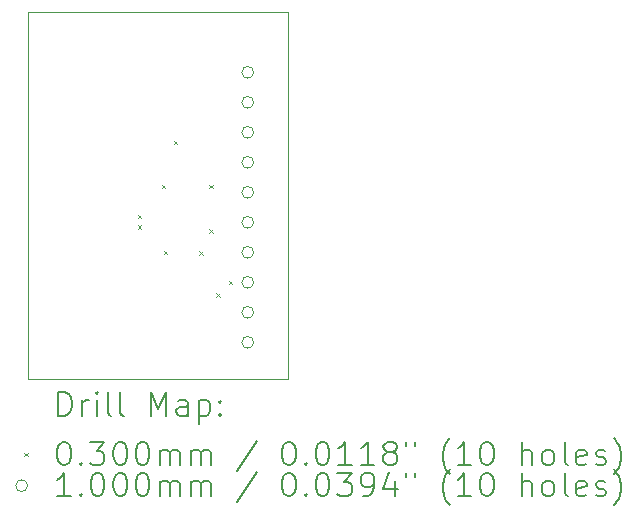
<source format=gbr>
%TF.GenerationSoftware,KiCad,Pcbnew,9.0.3*%
%TF.CreationDate,2025-08-26T18:11:45-07:00*%
%TF.ProjectId,battery_connector,62617474-6572-4795-9f63-6f6e6e656374,V1*%
%TF.SameCoordinates,Original*%
%TF.FileFunction,Drillmap*%
%TF.FilePolarity,Positive*%
%FSLAX45Y45*%
G04 Gerber Fmt 4.5, Leading zero omitted, Abs format (unit mm)*
G04 Created by KiCad (PCBNEW 9.0.3) date 2025-08-26 18:11:45*
%MOMM*%
%LPD*%
G01*
G04 APERTURE LIST*
%ADD10C,0.050000*%
%ADD11C,0.200000*%
%ADD12C,0.100000*%
G04 APERTURE END LIST*
D10*
X1500000Y-2250000D02*
X3700000Y-2250000D01*
X3700000Y-5350000D01*
X1500000Y-5350000D01*
X1500000Y-2250000D01*
D11*
D12*
X2430555Y-3964121D02*
X2460555Y-3994121D01*
X2460555Y-3964121D02*
X2430555Y-3994121D01*
X2431361Y-4049780D02*
X2461361Y-4079780D01*
X2461361Y-4049780D02*
X2431361Y-4079780D01*
X2635000Y-3710000D02*
X2665000Y-3740000D01*
X2665000Y-3710000D02*
X2635000Y-3740000D01*
X2650790Y-4269210D02*
X2680790Y-4299210D01*
X2680790Y-4269210D02*
X2650790Y-4299210D01*
X2735000Y-3335000D02*
X2765000Y-3365000D01*
X2765000Y-3335000D02*
X2735000Y-3365000D01*
X2949283Y-4270717D02*
X2979283Y-4300717D01*
X2979283Y-4270717D02*
X2949283Y-4300717D01*
X3035000Y-3710000D02*
X3065000Y-3740000D01*
X3065000Y-3710000D02*
X3035000Y-3740000D01*
X3035000Y-4085000D02*
X3065000Y-4115000D01*
X3065000Y-4085000D02*
X3035000Y-4115000D01*
X3093217Y-4626783D02*
X3123217Y-4656783D01*
X3123217Y-4626783D02*
X3093217Y-4656783D01*
X3199283Y-4520717D02*
X3229283Y-4550717D01*
X3229283Y-4520717D02*
X3199283Y-4550717D01*
X3411500Y-2757000D02*
G75*
G02*
X3311500Y-2757000I-50000J0D01*
G01*
X3311500Y-2757000D02*
G75*
G02*
X3411500Y-2757000I50000J0D01*
G01*
X3411500Y-3011000D02*
G75*
G02*
X3311500Y-3011000I-50000J0D01*
G01*
X3311500Y-3011000D02*
G75*
G02*
X3411500Y-3011000I50000J0D01*
G01*
X3411500Y-3265000D02*
G75*
G02*
X3311500Y-3265000I-50000J0D01*
G01*
X3311500Y-3265000D02*
G75*
G02*
X3411500Y-3265000I50000J0D01*
G01*
X3411500Y-3519000D02*
G75*
G02*
X3311500Y-3519000I-50000J0D01*
G01*
X3311500Y-3519000D02*
G75*
G02*
X3411500Y-3519000I50000J0D01*
G01*
X3411500Y-3773000D02*
G75*
G02*
X3311500Y-3773000I-50000J0D01*
G01*
X3311500Y-3773000D02*
G75*
G02*
X3411500Y-3773000I50000J0D01*
G01*
X3411500Y-4027000D02*
G75*
G02*
X3311500Y-4027000I-50000J0D01*
G01*
X3311500Y-4027000D02*
G75*
G02*
X3411500Y-4027000I50000J0D01*
G01*
X3411500Y-4281000D02*
G75*
G02*
X3311500Y-4281000I-50000J0D01*
G01*
X3311500Y-4281000D02*
G75*
G02*
X3411500Y-4281000I50000J0D01*
G01*
X3411500Y-4535000D02*
G75*
G02*
X3311500Y-4535000I-50000J0D01*
G01*
X3311500Y-4535000D02*
G75*
G02*
X3411500Y-4535000I50000J0D01*
G01*
X3411500Y-4789000D02*
G75*
G02*
X3311500Y-4789000I-50000J0D01*
G01*
X3311500Y-4789000D02*
G75*
G02*
X3411500Y-4789000I50000J0D01*
G01*
X3411500Y-5043000D02*
G75*
G02*
X3311500Y-5043000I-50000J0D01*
G01*
X3311500Y-5043000D02*
G75*
G02*
X3411500Y-5043000I50000J0D01*
G01*
D11*
X1758277Y-5663984D02*
X1758277Y-5463984D01*
X1758277Y-5463984D02*
X1805896Y-5463984D01*
X1805896Y-5463984D02*
X1834467Y-5473508D01*
X1834467Y-5473508D02*
X1853515Y-5492555D01*
X1853515Y-5492555D02*
X1863039Y-5511603D01*
X1863039Y-5511603D02*
X1872562Y-5549698D01*
X1872562Y-5549698D02*
X1872562Y-5578270D01*
X1872562Y-5578270D02*
X1863039Y-5616365D01*
X1863039Y-5616365D02*
X1853515Y-5635412D01*
X1853515Y-5635412D02*
X1834467Y-5654460D01*
X1834467Y-5654460D02*
X1805896Y-5663984D01*
X1805896Y-5663984D02*
X1758277Y-5663984D01*
X1958277Y-5663984D02*
X1958277Y-5530650D01*
X1958277Y-5568746D02*
X1967801Y-5549698D01*
X1967801Y-5549698D02*
X1977324Y-5540174D01*
X1977324Y-5540174D02*
X1996372Y-5530650D01*
X1996372Y-5530650D02*
X2015420Y-5530650D01*
X2082086Y-5663984D02*
X2082086Y-5530650D01*
X2082086Y-5463984D02*
X2072562Y-5473508D01*
X2072562Y-5473508D02*
X2082086Y-5483031D01*
X2082086Y-5483031D02*
X2091610Y-5473508D01*
X2091610Y-5473508D02*
X2082086Y-5463984D01*
X2082086Y-5463984D02*
X2082086Y-5483031D01*
X2205896Y-5663984D02*
X2186848Y-5654460D01*
X2186848Y-5654460D02*
X2177324Y-5635412D01*
X2177324Y-5635412D02*
X2177324Y-5463984D01*
X2310658Y-5663984D02*
X2291610Y-5654460D01*
X2291610Y-5654460D02*
X2282086Y-5635412D01*
X2282086Y-5635412D02*
X2282086Y-5463984D01*
X2539229Y-5663984D02*
X2539229Y-5463984D01*
X2539229Y-5463984D02*
X2605896Y-5606841D01*
X2605896Y-5606841D02*
X2672563Y-5463984D01*
X2672563Y-5463984D02*
X2672563Y-5663984D01*
X2853515Y-5663984D02*
X2853515Y-5559222D01*
X2853515Y-5559222D02*
X2843991Y-5540174D01*
X2843991Y-5540174D02*
X2824943Y-5530650D01*
X2824943Y-5530650D02*
X2786848Y-5530650D01*
X2786848Y-5530650D02*
X2767801Y-5540174D01*
X2853515Y-5654460D02*
X2834467Y-5663984D01*
X2834467Y-5663984D02*
X2786848Y-5663984D01*
X2786848Y-5663984D02*
X2767801Y-5654460D01*
X2767801Y-5654460D02*
X2758277Y-5635412D01*
X2758277Y-5635412D02*
X2758277Y-5616365D01*
X2758277Y-5616365D02*
X2767801Y-5597317D01*
X2767801Y-5597317D02*
X2786848Y-5587793D01*
X2786848Y-5587793D02*
X2834467Y-5587793D01*
X2834467Y-5587793D02*
X2853515Y-5578270D01*
X2948753Y-5530650D02*
X2948753Y-5730650D01*
X2948753Y-5540174D02*
X2967801Y-5530650D01*
X2967801Y-5530650D02*
X3005896Y-5530650D01*
X3005896Y-5530650D02*
X3024943Y-5540174D01*
X3024943Y-5540174D02*
X3034467Y-5549698D01*
X3034467Y-5549698D02*
X3043991Y-5568746D01*
X3043991Y-5568746D02*
X3043991Y-5625888D01*
X3043991Y-5625888D02*
X3034467Y-5644936D01*
X3034467Y-5644936D02*
X3024943Y-5654460D01*
X3024943Y-5654460D02*
X3005896Y-5663984D01*
X3005896Y-5663984D02*
X2967801Y-5663984D01*
X2967801Y-5663984D02*
X2948753Y-5654460D01*
X3129705Y-5644936D02*
X3139229Y-5654460D01*
X3139229Y-5654460D02*
X3129705Y-5663984D01*
X3129705Y-5663984D02*
X3120182Y-5654460D01*
X3120182Y-5654460D02*
X3129705Y-5644936D01*
X3129705Y-5644936D02*
X3129705Y-5663984D01*
X3129705Y-5540174D02*
X3139229Y-5549698D01*
X3139229Y-5549698D02*
X3129705Y-5559222D01*
X3129705Y-5559222D02*
X3120182Y-5549698D01*
X3120182Y-5549698D02*
X3129705Y-5540174D01*
X3129705Y-5540174D02*
X3129705Y-5559222D01*
D12*
X1467500Y-5977500D02*
X1497500Y-6007500D01*
X1497500Y-5977500D02*
X1467500Y-6007500D01*
D11*
X1796372Y-5883984D02*
X1815420Y-5883984D01*
X1815420Y-5883984D02*
X1834467Y-5893508D01*
X1834467Y-5893508D02*
X1843991Y-5903031D01*
X1843991Y-5903031D02*
X1853515Y-5922079D01*
X1853515Y-5922079D02*
X1863039Y-5960174D01*
X1863039Y-5960174D02*
X1863039Y-6007793D01*
X1863039Y-6007793D02*
X1853515Y-6045888D01*
X1853515Y-6045888D02*
X1843991Y-6064936D01*
X1843991Y-6064936D02*
X1834467Y-6074460D01*
X1834467Y-6074460D02*
X1815420Y-6083984D01*
X1815420Y-6083984D02*
X1796372Y-6083984D01*
X1796372Y-6083984D02*
X1777324Y-6074460D01*
X1777324Y-6074460D02*
X1767801Y-6064936D01*
X1767801Y-6064936D02*
X1758277Y-6045888D01*
X1758277Y-6045888D02*
X1748753Y-6007793D01*
X1748753Y-6007793D02*
X1748753Y-5960174D01*
X1748753Y-5960174D02*
X1758277Y-5922079D01*
X1758277Y-5922079D02*
X1767801Y-5903031D01*
X1767801Y-5903031D02*
X1777324Y-5893508D01*
X1777324Y-5893508D02*
X1796372Y-5883984D01*
X1948753Y-6064936D02*
X1958277Y-6074460D01*
X1958277Y-6074460D02*
X1948753Y-6083984D01*
X1948753Y-6083984D02*
X1939229Y-6074460D01*
X1939229Y-6074460D02*
X1948753Y-6064936D01*
X1948753Y-6064936D02*
X1948753Y-6083984D01*
X2024943Y-5883984D02*
X2148753Y-5883984D01*
X2148753Y-5883984D02*
X2082086Y-5960174D01*
X2082086Y-5960174D02*
X2110658Y-5960174D01*
X2110658Y-5960174D02*
X2129705Y-5969698D01*
X2129705Y-5969698D02*
X2139229Y-5979222D01*
X2139229Y-5979222D02*
X2148753Y-5998269D01*
X2148753Y-5998269D02*
X2148753Y-6045888D01*
X2148753Y-6045888D02*
X2139229Y-6064936D01*
X2139229Y-6064936D02*
X2129705Y-6074460D01*
X2129705Y-6074460D02*
X2110658Y-6083984D01*
X2110658Y-6083984D02*
X2053515Y-6083984D01*
X2053515Y-6083984D02*
X2034467Y-6074460D01*
X2034467Y-6074460D02*
X2024943Y-6064936D01*
X2272563Y-5883984D02*
X2291610Y-5883984D01*
X2291610Y-5883984D02*
X2310658Y-5893508D01*
X2310658Y-5893508D02*
X2320182Y-5903031D01*
X2320182Y-5903031D02*
X2329705Y-5922079D01*
X2329705Y-5922079D02*
X2339229Y-5960174D01*
X2339229Y-5960174D02*
X2339229Y-6007793D01*
X2339229Y-6007793D02*
X2329705Y-6045888D01*
X2329705Y-6045888D02*
X2320182Y-6064936D01*
X2320182Y-6064936D02*
X2310658Y-6074460D01*
X2310658Y-6074460D02*
X2291610Y-6083984D01*
X2291610Y-6083984D02*
X2272563Y-6083984D01*
X2272563Y-6083984D02*
X2253515Y-6074460D01*
X2253515Y-6074460D02*
X2243991Y-6064936D01*
X2243991Y-6064936D02*
X2234467Y-6045888D01*
X2234467Y-6045888D02*
X2224944Y-6007793D01*
X2224944Y-6007793D02*
X2224944Y-5960174D01*
X2224944Y-5960174D02*
X2234467Y-5922079D01*
X2234467Y-5922079D02*
X2243991Y-5903031D01*
X2243991Y-5903031D02*
X2253515Y-5893508D01*
X2253515Y-5893508D02*
X2272563Y-5883984D01*
X2463039Y-5883984D02*
X2482086Y-5883984D01*
X2482086Y-5883984D02*
X2501134Y-5893508D01*
X2501134Y-5893508D02*
X2510658Y-5903031D01*
X2510658Y-5903031D02*
X2520182Y-5922079D01*
X2520182Y-5922079D02*
X2529705Y-5960174D01*
X2529705Y-5960174D02*
X2529705Y-6007793D01*
X2529705Y-6007793D02*
X2520182Y-6045888D01*
X2520182Y-6045888D02*
X2510658Y-6064936D01*
X2510658Y-6064936D02*
X2501134Y-6074460D01*
X2501134Y-6074460D02*
X2482086Y-6083984D01*
X2482086Y-6083984D02*
X2463039Y-6083984D01*
X2463039Y-6083984D02*
X2443991Y-6074460D01*
X2443991Y-6074460D02*
X2434467Y-6064936D01*
X2434467Y-6064936D02*
X2424944Y-6045888D01*
X2424944Y-6045888D02*
X2415420Y-6007793D01*
X2415420Y-6007793D02*
X2415420Y-5960174D01*
X2415420Y-5960174D02*
X2424944Y-5922079D01*
X2424944Y-5922079D02*
X2434467Y-5903031D01*
X2434467Y-5903031D02*
X2443991Y-5893508D01*
X2443991Y-5893508D02*
X2463039Y-5883984D01*
X2615420Y-6083984D02*
X2615420Y-5950650D01*
X2615420Y-5969698D02*
X2624944Y-5960174D01*
X2624944Y-5960174D02*
X2643991Y-5950650D01*
X2643991Y-5950650D02*
X2672563Y-5950650D01*
X2672563Y-5950650D02*
X2691610Y-5960174D01*
X2691610Y-5960174D02*
X2701134Y-5979222D01*
X2701134Y-5979222D02*
X2701134Y-6083984D01*
X2701134Y-5979222D02*
X2710658Y-5960174D01*
X2710658Y-5960174D02*
X2729705Y-5950650D01*
X2729705Y-5950650D02*
X2758277Y-5950650D01*
X2758277Y-5950650D02*
X2777325Y-5960174D01*
X2777325Y-5960174D02*
X2786848Y-5979222D01*
X2786848Y-5979222D02*
X2786848Y-6083984D01*
X2882086Y-6083984D02*
X2882086Y-5950650D01*
X2882086Y-5969698D02*
X2891610Y-5960174D01*
X2891610Y-5960174D02*
X2910658Y-5950650D01*
X2910658Y-5950650D02*
X2939229Y-5950650D01*
X2939229Y-5950650D02*
X2958277Y-5960174D01*
X2958277Y-5960174D02*
X2967801Y-5979222D01*
X2967801Y-5979222D02*
X2967801Y-6083984D01*
X2967801Y-5979222D02*
X2977324Y-5960174D01*
X2977324Y-5960174D02*
X2996372Y-5950650D01*
X2996372Y-5950650D02*
X3024943Y-5950650D01*
X3024943Y-5950650D02*
X3043991Y-5960174D01*
X3043991Y-5960174D02*
X3053515Y-5979222D01*
X3053515Y-5979222D02*
X3053515Y-6083984D01*
X3443991Y-5874460D02*
X3272563Y-6131603D01*
X3701134Y-5883984D02*
X3720182Y-5883984D01*
X3720182Y-5883984D02*
X3739229Y-5893508D01*
X3739229Y-5893508D02*
X3748753Y-5903031D01*
X3748753Y-5903031D02*
X3758277Y-5922079D01*
X3758277Y-5922079D02*
X3767801Y-5960174D01*
X3767801Y-5960174D02*
X3767801Y-6007793D01*
X3767801Y-6007793D02*
X3758277Y-6045888D01*
X3758277Y-6045888D02*
X3748753Y-6064936D01*
X3748753Y-6064936D02*
X3739229Y-6074460D01*
X3739229Y-6074460D02*
X3720182Y-6083984D01*
X3720182Y-6083984D02*
X3701134Y-6083984D01*
X3701134Y-6083984D02*
X3682086Y-6074460D01*
X3682086Y-6074460D02*
X3672563Y-6064936D01*
X3672563Y-6064936D02*
X3663039Y-6045888D01*
X3663039Y-6045888D02*
X3653515Y-6007793D01*
X3653515Y-6007793D02*
X3653515Y-5960174D01*
X3653515Y-5960174D02*
X3663039Y-5922079D01*
X3663039Y-5922079D02*
X3672563Y-5903031D01*
X3672563Y-5903031D02*
X3682086Y-5893508D01*
X3682086Y-5893508D02*
X3701134Y-5883984D01*
X3853515Y-6064936D02*
X3863039Y-6074460D01*
X3863039Y-6074460D02*
X3853515Y-6083984D01*
X3853515Y-6083984D02*
X3843991Y-6074460D01*
X3843991Y-6074460D02*
X3853515Y-6064936D01*
X3853515Y-6064936D02*
X3853515Y-6083984D01*
X3986848Y-5883984D02*
X4005896Y-5883984D01*
X4005896Y-5883984D02*
X4024944Y-5893508D01*
X4024944Y-5893508D02*
X4034467Y-5903031D01*
X4034467Y-5903031D02*
X4043991Y-5922079D01*
X4043991Y-5922079D02*
X4053515Y-5960174D01*
X4053515Y-5960174D02*
X4053515Y-6007793D01*
X4053515Y-6007793D02*
X4043991Y-6045888D01*
X4043991Y-6045888D02*
X4034467Y-6064936D01*
X4034467Y-6064936D02*
X4024944Y-6074460D01*
X4024944Y-6074460D02*
X4005896Y-6083984D01*
X4005896Y-6083984D02*
X3986848Y-6083984D01*
X3986848Y-6083984D02*
X3967801Y-6074460D01*
X3967801Y-6074460D02*
X3958277Y-6064936D01*
X3958277Y-6064936D02*
X3948753Y-6045888D01*
X3948753Y-6045888D02*
X3939229Y-6007793D01*
X3939229Y-6007793D02*
X3939229Y-5960174D01*
X3939229Y-5960174D02*
X3948753Y-5922079D01*
X3948753Y-5922079D02*
X3958277Y-5903031D01*
X3958277Y-5903031D02*
X3967801Y-5893508D01*
X3967801Y-5893508D02*
X3986848Y-5883984D01*
X4243991Y-6083984D02*
X4129706Y-6083984D01*
X4186848Y-6083984D02*
X4186848Y-5883984D01*
X4186848Y-5883984D02*
X4167801Y-5912555D01*
X4167801Y-5912555D02*
X4148753Y-5931603D01*
X4148753Y-5931603D02*
X4129706Y-5941127D01*
X4434468Y-6083984D02*
X4320182Y-6083984D01*
X4377325Y-6083984D02*
X4377325Y-5883984D01*
X4377325Y-5883984D02*
X4358277Y-5912555D01*
X4358277Y-5912555D02*
X4339229Y-5931603D01*
X4339229Y-5931603D02*
X4320182Y-5941127D01*
X4548753Y-5969698D02*
X4529706Y-5960174D01*
X4529706Y-5960174D02*
X4520182Y-5950650D01*
X4520182Y-5950650D02*
X4510658Y-5931603D01*
X4510658Y-5931603D02*
X4510658Y-5922079D01*
X4510658Y-5922079D02*
X4520182Y-5903031D01*
X4520182Y-5903031D02*
X4529706Y-5893508D01*
X4529706Y-5893508D02*
X4548753Y-5883984D01*
X4548753Y-5883984D02*
X4586849Y-5883984D01*
X4586849Y-5883984D02*
X4605896Y-5893508D01*
X4605896Y-5893508D02*
X4615420Y-5903031D01*
X4615420Y-5903031D02*
X4624944Y-5922079D01*
X4624944Y-5922079D02*
X4624944Y-5931603D01*
X4624944Y-5931603D02*
X4615420Y-5950650D01*
X4615420Y-5950650D02*
X4605896Y-5960174D01*
X4605896Y-5960174D02*
X4586849Y-5969698D01*
X4586849Y-5969698D02*
X4548753Y-5969698D01*
X4548753Y-5969698D02*
X4529706Y-5979222D01*
X4529706Y-5979222D02*
X4520182Y-5988746D01*
X4520182Y-5988746D02*
X4510658Y-6007793D01*
X4510658Y-6007793D02*
X4510658Y-6045888D01*
X4510658Y-6045888D02*
X4520182Y-6064936D01*
X4520182Y-6064936D02*
X4529706Y-6074460D01*
X4529706Y-6074460D02*
X4548753Y-6083984D01*
X4548753Y-6083984D02*
X4586849Y-6083984D01*
X4586849Y-6083984D02*
X4605896Y-6074460D01*
X4605896Y-6074460D02*
X4615420Y-6064936D01*
X4615420Y-6064936D02*
X4624944Y-6045888D01*
X4624944Y-6045888D02*
X4624944Y-6007793D01*
X4624944Y-6007793D02*
X4615420Y-5988746D01*
X4615420Y-5988746D02*
X4605896Y-5979222D01*
X4605896Y-5979222D02*
X4586849Y-5969698D01*
X4701134Y-5883984D02*
X4701134Y-5922079D01*
X4777325Y-5883984D02*
X4777325Y-5922079D01*
X5072563Y-6160174D02*
X5063039Y-6150650D01*
X5063039Y-6150650D02*
X5043991Y-6122079D01*
X5043991Y-6122079D02*
X5034468Y-6103031D01*
X5034468Y-6103031D02*
X5024944Y-6074460D01*
X5024944Y-6074460D02*
X5015420Y-6026841D01*
X5015420Y-6026841D02*
X5015420Y-5988746D01*
X5015420Y-5988746D02*
X5024944Y-5941127D01*
X5024944Y-5941127D02*
X5034468Y-5912555D01*
X5034468Y-5912555D02*
X5043991Y-5893508D01*
X5043991Y-5893508D02*
X5063039Y-5864936D01*
X5063039Y-5864936D02*
X5072563Y-5855412D01*
X5253515Y-6083984D02*
X5139230Y-6083984D01*
X5196372Y-6083984D02*
X5196372Y-5883984D01*
X5196372Y-5883984D02*
X5177325Y-5912555D01*
X5177325Y-5912555D02*
X5158277Y-5931603D01*
X5158277Y-5931603D02*
X5139230Y-5941127D01*
X5377325Y-5883984D02*
X5396372Y-5883984D01*
X5396372Y-5883984D02*
X5415420Y-5893508D01*
X5415420Y-5893508D02*
X5424944Y-5903031D01*
X5424944Y-5903031D02*
X5434468Y-5922079D01*
X5434468Y-5922079D02*
X5443991Y-5960174D01*
X5443991Y-5960174D02*
X5443991Y-6007793D01*
X5443991Y-6007793D02*
X5434468Y-6045888D01*
X5434468Y-6045888D02*
X5424944Y-6064936D01*
X5424944Y-6064936D02*
X5415420Y-6074460D01*
X5415420Y-6074460D02*
X5396372Y-6083984D01*
X5396372Y-6083984D02*
X5377325Y-6083984D01*
X5377325Y-6083984D02*
X5358277Y-6074460D01*
X5358277Y-6074460D02*
X5348753Y-6064936D01*
X5348753Y-6064936D02*
X5339230Y-6045888D01*
X5339230Y-6045888D02*
X5329706Y-6007793D01*
X5329706Y-6007793D02*
X5329706Y-5960174D01*
X5329706Y-5960174D02*
X5339230Y-5922079D01*
X5339230Y-5922079D02*
X5348753Y-5903031D01*
X5348753Y-5903031D02*
X5358277Y-5893508D01*
X5358277Y-5893508D02*
X5377325Y-5883984D01*
X5682087Y-6083984D02*
X5682087Y-5883984D01*
X5767801Y-6083984D02*
X5767801Y-5979222D01*
X5767801Y-5979222D02*
X5758277Y-5960174D01*
X5758277Y-5960174D02*
X5739230Y-5950650D01*
X5739230Y-5950650D02*
X5710658Y-5950650D01*
X5710658Y-5950650D02*
X5691610Y-5960174D01*
X5691610Y-5960174D02*
X5682087Y-5969698D01*
X5891610Y-6083984D02*
X5872563Y-6074460D01*
X5872563Y-6074460D02*
X5863039Y-6064936D01*
X5863039Y-6064936D02*
X5853515Y-6045888D01*
X5853515Y-6045888D02*
X5853515Y-5988746D01*
X5853515Y-5988746D02*
X5863039Y-5969698D01*
X5863039Y-5969698D02*
X5872563Y-5960174D01*
X5872563Y-5960174D02*
X5891610Y-5950650D01*
X5891610Y-5950650D02*
X5920182Y-5950650D01*
X5920182Y-5950650D02*
X5939230Y-5960174D01*
X5939230Y-5960174D02*
X5948753Y-5969698D01*
X5948753Y-5969698D02*
X5958277Y-5988746D01*
X5958277Y-5988746D02*
X5958277Y-6045888D01*
X5958277Y-6045888D02*
X5948753Y-6064936D01*
X5948753Y-6064936D02*
X5939230Y-6074460D01*
X5939230Y-6074460D02*
X5920182Y-6083984D01*
X5920182Y-6083984D02*
X5891610Y-6083984D01*
X6072563Y-6083984D02*
X6053515Y-6074460D01*
X6053515Y-6074460D02*
X6043991Y-6055412D01*
X6043991Y-6055412D02*
X6043991Y-5883984D01*
X6224944Y-6074460D02*
X6205896Y-6083984D01*
X6205896Y-6083984D02*
X6167801Y-6083984D01*
X6167801Y-6083984D02*
X6148753Y-6074460D01*
X6148753Y-6074460D02*
X6139230Y-6055412D01*
X6139230Y-6055412D02*
X6139230Y-5979222D01*
X6139230Y-5979222D02*
X6148753Y-5960174D01*
X6148753Y-5960174D02*
X6167801Y-5950650D01*
X6167801Y-5950650D02*
X6205896Y-5950650D01*
X6205896Y-5950650D02*
X6224944Y-5960174D01*
X6224944Y-5960174D02*
X6234468Y-5979222D01*
X6234468Y-5979222D02*
X6234468Y-5998269D01*
X6234468Y-5998269D02*
X6139230Y-6017317D01*
X6310658Y-6074460D02*
X6329706Y-6083984D01*
X6329706Y-6083984D02*
X6367801Y-6083984D01*
X6367801Y-6083984D02*
X6386849Y-6074460D01*
X6386849Y-6074460D02*
X6396372Y-6055412D01*
X6396372Y-6055412D02*
X6396372Y-6045888D01*
X6396372Y-6045888D02*
X6386849Y-6026841D01*
X6386849Y-6026841D02*
X6367801Y-6017317D01*
X6367801Y-6017317D02*
X6339230Y-6017317D01*
X6339230Y-6017317D02*
X6320182Y-6007793D01*
X6320182Y-6007793D02*
X6310658Y-5988746D01*
X6310658Y-5988746D02*
X6310658Y-5979222D01*
X6310658Y-5979222D02*
X6320182Y-5960174D01*
X6320182Y-5960174D02*
X6339230Y-5950650D01*
X6339230Y-5950650D02*
X6367801Y-5950650D01*
X6367801Y-5950650D02*
X6386849Y-5960174D01*
X6463039Y-6160174D02*
X6472563Y-6150650D01*
X6472563Y-6150650D02*
X6491611Y-6122079D01*
X6491611Y-6122079D02*
X6501134Y-6103031D01*
X6501134Y-6103031D02*
X6510658Y-6074460D01*
X6510658Y-6074460D02*
X6520182Y-6026841D01*
X6520182Y-6026841D02*
X6520182Y-5988746D01*
X6520182Y-5988746D02*
X6510658Y-5941127D01*
X6510658Y-5941127D02*
X6501134Y-5912555D01*
X6501134Y-5912555D02*
X6491611Y-5893508D01*
X6491611Y-5893508D02*
X6472563Y-5864936D01*
X6472563Y-5864936D02*
X6463039Y-5855412D01*
D12*
X1497500Y-6256500D02*
G75*
G02*
X1397500Y-6256500I-50000J0D01*
G01*
X1397500Y-6256500D02*
G75*
G02*
X1497500Y-6256500I50000J0D01*
G01*
D11*
X1863039Y-6347984D02*
X1748753Y-6347984D01*
X1805896Y-6347984D02*
X1805896Y-6147984D01*
X1805896Y-6147984D02*
X1786848Y-6176555D01*
X1786848Y-6176555D02*
X1767801Y-6195603D01*
X1767801Y-6195603D02*
X1748753Y-6205127D01*
X1948753Y-6328936D02*
X1958277Y-6338460D01*
X1958277Y-6338460D02*
X1948753Y-6347984D01*
X1948753Y-6347984D02*
X1939229Y-6338460D01*
X1939229Y-6338460D02*
X1948753Y-6328936D01*
X1948753Y-6328936D02*
X1948753Y-6347984D01*
X2082086Y-6147984D02*
X2101134Y-6147984D01*
X2101134Y-6147984D02*
X2120182Y-6157508D01*
X2120182Y-6157508D02*
X2129705Y-6167031D01*
X2129705Y-6167031D02*
X2139229Y-6186079D01*
X2139229Y-6186079D02*
X2148753Y-6224174D01*
X2148753Y-6224174D02*
X2148753Y-6271793D01*
X2148753Y-6271793D02*
X2139229Y-6309888D01*
X2139229Y-6309888D02*
X2129705Y-6328936D01*
X2129705Y-6328936D02*
X2120182Y-6338460D01*
X2120182Y-6338460D02*
X2101134Y-6347984D01*
X2101134Y-6347984D02*
X2082086Y-6347984D01*
X2082086Y-6347984D02*
X2063039Y-6338460D01*
X2063039Y-6338460D02*
X2053515Y-6328936D01*
X2053515Y-6328936D02*
X2043991Y-6309888D01*
X2043991Y-6309888D02*
X2034467Y-6271793D01*
X2034467Y-6271793D02*
X2034467Y-6224174D01*
X2034467Y-6224174D02*
X2043991Y-6186079D01*
X2043991Y-6186079D02*
X2053515Y-6167031D01*
X2053515Y-6167031D02*
X2063039Y-6157508D01*
X2063039Y-6157508D02*
X2082086Y-6147984D01*
X2272563Y-6147984D02*
X2291610Y-6147984D01*
X2291610Y-6147984D02*
X2310658Y-6157508D01*
X2310658Y-6157508D02*
X2320182Y-6167031D01*
X2320182Y-6167031D02*
X2329705Y-6186079D01*
X2329705Y-6186079D02*
X2339229Y-6224174D01*
X2339229Y-6224174D02*
X2339229Y-6271793D01*
X2339229Y-6271793D02*
X2329705Y-6309888D01*
X2329705Y-6309888D02*
X2320182Y-6328936D01*
X2320182Y-6328936D02*
X2310658Y-6338460D01*
X2310658Y-6338460D02*
X2291610Y-6347984D01*
X2291610Y-6347984D02*
X2272563Y-6347984D01*
X2272563Y-6347984D02*
X2253515Y-6338460D01*
X2253515Y-6338460D02*
X2243991Y-6328936D01*
X2243991Y-6328936D02*
X2234467Y-6309888D01*
X2234467Y-6309888D02*
X2224944Y-6271793D01*
X2224944Y-6271793D02*
X2224944Y-6224174D01*
X2224944Y-6224174D02*
X2234467Y-6186079D01*
X2234467Y-6186079D02*
X2243991Y-6167031D01*
X2243991Y-6167031D02*
X2253515Y-6157508D01*
X2253515Y-6157508D02*
X2272563Y-6147984D01*
X2463039Y-6147984D02*
X2482086Y-6147984D01*
X2482086Y-6147984D02*
X2501134Y-6157508D01*
X2501134Y-6157508D02*
X2510658Y-6167031D01*
X2510658Y-6167031D02*
X2520182Y-6186079D01*
X2520182Y-6186079D02*
X2529705Y-6224174D01*
X2529705Y-6224174D02*
X2529705Y-6271793D01*
X2529705Y-6271793D02*
X2520182Y-6309888D01*
X2520182Y-6309888D02*
X2510658Y-6328936D01*
X2510658Y-6328936D02*
X2501134Y-6338460D01*
X2501134Y-6338460D02*
X2482086Y-6347984D01*
X2482086Y-6347984D02*
X2463039Y-6347984D01*
X2463039Y-6347984D02*
X2443991Y-6338460D01*
X2443991Y-6338460D02*
X2434467Y-6328936D01*
X2434467Y-6328936D02*
X2424944Y-6309888D01*
X2424944Y-6309888D02*
X2415420Y-6271793D01*
X2415420Y-6271793D02*
X2415420Y-6224174D01*
X2415420Y-6224174D02*
X2424944Y-6186079D01*
X2424944Y-6186079D02*
X2434467Y-6167031D01*
X2434467Y-6167031D02*
X2443991Y-6157508D01*
X2443991Y-6157508D02*
X2463039Y-6147984D01*
X2615420Y-6347984D02*
X2615420Y-6214650D01*
X2615420Y-6233698D02*
X2624944Y-6224174D01*
X2624944Y-6224174D02*
X2643991Y-6214650D01*
X2643991Y-6214650D02*
X2672563Y-6214650D01*
X2672563Y-6214650D02*
X2691610Y-6224174D01*
X2691610Y-6224174D02*
X2701134Y-6243222D01*
X2701134Y-6243222D02*
X2701134Y-6347984D01*
X2701134Y-6243222D02*
X2710658Y-6224174D01*
X2710658Y-6224174D02*
X2729705Y-6214650D01*
X2729705Y-6214650D02*
X2758277Y-6214650D01*
X2758277Y-6214650D02*
X2777325Y-6224174D01*
X2777325Y-6224174D02*
X2786848Y-6243222D01*
X2786848Y-6243222D02*
X2786848Y-6347984D01*
X2882086Y-6347984D02*
X2882086Y-6214650D01*
X2882086Y-6233698D02*
X2891610Y-6224174D01*
X2891610Y-6224174D02*
X2910658Y-6214650D01*
X2910658Y-6214650D02*
X2939229Y-6214650D01*
X2939229Y-6214650D02*
X2958277Y-6224174D01*
X2958277Y-6224174D02*
X2967801Y-6243222D01*
X2967801Y-6243222D02*
X2967801Y-6347984D01*
X2967801Y-6243222D02*
X2977324Y-6224174D01*
X2977324Y-6224174D02*
X2996372Y-6214650D01*
X2996372Y-6214650D02*
X3024943Y-6214650D01*
X3024943Y-6214650D02*
X3043991Y-6224174D01*
X3043991Y-6224174D02*
X3053515Y-6243222D01*
X3053515Y-6243222D02*
X3053515Y-6347984D01*
X3443991Y-6138460D02*
X3272563Y-6395603D01*
X3701134Y-6147984D02*
X3720182Y-6147984D01*
X3720182Y-6147984D02*
X3739229Y-6157508D01*
X3739229Y-6157508D02*
X3748753Y-6167031D01*
X3748753Y-6167031D02*
X3758277Y-6186079D01*
X3758277Y-6186079D02*
X3767801Y-6224174D01*
X3767801Y-6224174D02*
X3767801Y-6271793D01*
X3767801Y-6271793D02*
X3758277Y-6309888D01*
X3758277Y-6309888D02*
X3748753Y-6328936D01*
X3748753Y-6328936D02*
X3739229Y-6338460D01*
X3739229Y-6338460D02*
X3720182Y-6347984D01*
X3720182Y-6347984D02*
X3701134Y-6347984D01*
X3701134Y-6347984D02*
X3682086Y-6338460D01*
X3682086Y-6338460D02*
X3672563Y-6328936D01*
X3672563Y-6328936D02*
X3663039Y-6309888D01*
X3663039Y-6309888D02*
X3653515Y-6271793D01*
X3653515Y-6271793D02*
X3653515Y-6224174D01*
X3653515Y-6224174D02*
X3663039Y-6186079D01*
X3663039Y-6186079D02*
X3672563Y-6167031D01*
X3672563Y-6167031D02*
X3682086Y-6157508D01*
X3682086Y-6157508D02*
X3701134Y-6147984D01*
X3853515Y-6328936D02*
X3863039Y-6338460D01*
X3863039Y-6338460D02*
X3853515Y-6347984D01*
X3853515Y-6347984D02*
X3843991Y-6338460D01*
X3843991Y-6338460D02*
X3853515Y-6328936D01*
X3853515Y-6328936D02*
X3853515Y-6347984D01*
X3986848Y-6147984D02*
X4005896Y-6147984D01*
X4005896Y-6147984D02*
X4024944Y-6157508D01*
X4024944Y-6157508D02*
X4034467Y-6167031D01*
X4034467Y-6167031D02*
X4043991Y-6186079D01*
X4043991Y-6186079D02*
X4053515Y-6224174D01*
X4053515Y-6224174D02*
X4053515Y-6271793D01*
X4053515Y-6271793D02*
X4043991Y-6309888D01*
X4043991Y-6309888D02*
X4034467Y-6328936D01*
X4034467Y-6328936D02*
X4024944Y-6338460D01*
X4024944Y-6338460D02*
X4005896Y-6347984D01*
X4005896Y-6347984D02*
X3986848Y-6347984D01*
X3986848Y-6347984D02*
X3967801Y-6338460D01*
X3967801Y-6338460D02*
X3958277Y-6328936D01*
X3958277Y-6328936D02*
X3948753Y-6309888D01*
X3948753Y-6309888D02*
X3939229Y-6271793D01*
X3939229Y-6271793D02*
X3939229Y-6224174D01*
X3939229Y-6224174D02*
X3948753Y-6186079D01*
X3948753Y-6186079D02*
X3958277Y-6167031D01*
X3958277Y-6167031D02*
X3967801Y-6157508D01*
X3967801Y-6157508D02*
X3986848Y-6147984D01*
X4120182Y-6147984D02*
X4243991Y-6147984D01*
X4243991Y-6147984D02*
X4177325Y-6224174D01*
X4177325Y-6224174D02*
X4205896Y-6224174D01*
X4205896Y-6224174D02*
X4224944Y-6233698D01*
X4224944Y-6233698D02*
X4234468Y-6243222D01*
X4234468Y-6243222D02*
X4243991Y-6262269D01*
X4243991Y-6262269D02*
X4243991Y-6309888D01*
X4243991Y-6309888D02*
X4234468Y-6328936D01*
X4234468Y-6328936D02*
X4224944Y-6338460D01*
X4224944Y-6338460D02*
X4205896Y-6347984D01*
X4205896Y-6347984D02*
X4148753Y-6347984D01*
X4148753Y-6347984D02*
X4129706Y-6338460D01*
X4129706Y-6338460D02*
X4120182Y-6328936D01*
X4339229Y-6347984D02*
X4377325Y-6347984D01*
X4377325Y-6347984D02*
X4396372Y-6338460D01*
X4396372Y-6338460D02*
X4405896Y-6328936D01*
X4405896Y-6328936D02*
X4424944Y-6300365D01*
X4424944Y-6300365D02*
X4434468Y-6262269D01*
X4434468Y-6262269D02*
X4434468Y-6186079D01*
X4434468Y-6186079D02*
X4424944Y-6167031D01*
X4424944Y-6167031D02*
X4415420Y-6157508D01*
X4415420Y-6157508D02*
X4396372Y-6147984D01*
X4396372Y-6147984D02*
X4358277Y-6147984D01*
X4358277Y-6147984D02*
X4339229Y-6157508D01*
X4339229Y-6157508D02*
X4329706Y-6167031D01*
X4329706Y-6167031D02*
X4320182Y-6186079D01*
X4320182Y-6186079D02*
X4320182Y-6233698D01*
X4320182Y-6233698D02*
X4329706Y-6252746D01*
X4329706Y-6252746D02*
X4339229Y-6262269D01*
X4339229Y-6262269D02*
X4358277Y-6271793D01*
X4358277Y-6271793D02*
X4396372Y-6271793D01*
X4396372Y-6271793D02*
X4415420Y-6262269D01*
X4415420Y-6262269D02*
X4424944Y-6252746D01*
X4424944Y-6252746D02*
X4434468Y-6233698D01*
X4605896Y-6214650D02*
X4605896Y-6347984D01*
X4558277Y-6138460D02*
X4510658Y-6281317D01*
X4510658Y-6281317D02*
X4634468Y-6281317D01*
X4701134Y-6147984D02*
X4701134Y-6186079D01*
X4777325Y-6147984D02*
X4777325Y-6186079D01*
X5072563Y-6424174D02*
X5063039Y-6414650D01*
X5063039Y-6414650D02*
X5043991Y-6386079D01*
X5043991Y-6386079D02*
X5034468Y-6367031D01*
X5034468Y-6367031D02*
X5024944Y-6338460D01*
X5024944Y-6338460D02*
X5015420Y-6290841D01*
X5015420Y-6290841D02*
X5015420Y-6252746D01*
X5015420Y-6252746D02*
X5024944Y-6205127D01*
X5024944Y-6205127D02*
X5034468Y-6176555D01*
X5034468Y-6176555D02*
X5043991Y-6157508D01*
X5043991Y-6157508D02*
X5063039Y-6128936D01*
X5063039Y-6128936D02*
X5072563Y-6119412D01*
X5253515Y-6347984D02*
X5139230Y-6347984D01*
X5196372Y-6347984D02*
X5196372Y-6147984D01*
X5196372Y-6147984D02*
X5177325Y-6176555D01*
X5177325Y-6176555D02*
X5158277Y-6195603D01*
X5158277Y-6195603D02*
X5139230Y-6205127D01*
X5377325Y-6147984D02*
X5396372Y-6147984D01*
X5396372Y-6147984D02*
X5415420Y-6157508D01*
X5415420Y-6157508D02*
X5424944Y-6167031D01*
X5424944Y-6167031D02*
X5434468Y-6186079D01*
X5434468Y-6186079D02*
X5443991Y-6224174D01*
X5443991Y-6224174D02*
X5443991Y-6271793D01*
X5443991Y-6271793D02*
X5434468Y-6309888D01*
X5434468Y-6309888D02*
X5424944Y-6328936D01*
X5424944Y-6328936D02*
X5415420Y-6338460D01*
X5415420Y-6338460D02*
X5396372Y-6347984D01*
X5396372Y-6347984D02*
X5377325Y-6347984D01*
X5377325Y-6347984D02*
X5358277Y-6338460D01*
X5358277Y-6338460D02*
X5348753Y-6328936D01*
X5348753Y-6328936D02*
X5339230Y-6309888D01*
X5339230Y-6309888D02*
X5329706Y-6271793D01*
X5329706Y-6271793D02*
X5329706Y-6224174D01*
X5329706Y-6224174D02*
X5339230Y-6186079D01*
X5339230Y-6186079D02*
X5348753Y-6167031D01*
X5348753Y-6167031D02*
X5358277Y-6157508D01*
X5358277Y-6157508D02*
X5377325Y-6147984D01*
X5682087Y-6347984D02*
X5682087Y-6147984D01*
X5767801Y-6347984D02*
X5767801Y-6243222D01*
X5767801Y-6243222D02*
X5758277Y-6224174D01*
X5758277Y-6224174D02*
X5739230Y-6214650D01*
X5739230Y-6214650D02*
X5710658Y-6214650D01*
X5710658Y-6214650D02*
X5691610Y-6224174D01*
X5691610Y-6224174D02*
X5682087Y-6233698D01*
X5891610Y-6347984D02*
X5872563Y-6338460D01*
X5872563Y-6338460D02*
X5863039Y-6328936D01*
X5863039Y-6328936D02*
X5853515Y-6309888D01*
X5853515Y-6309888D02*
X5853515Y-6252746D01*
X5853515Y-6252746D02*
X5863039Y-6233698D01*
X5863039Y-6233698D02*
X5872563Y-6224174D01*
X5872563Y-6224174D02*
X5891610Y-6214650D01*
X5891610Y-6214650D02*
X5920182Y-6214650D01*
X5920182Y-6214650D02*
X5939230Y-6224174D01*
X5939230Y-6224174D02*
X5948753Y-6233698D01*
X5948753Y-6233698D02*
X5958277Y-6252746D01*
X5958277Y-6252746D02*
X5958277Y-6309888D01*
X5958277Y-6309888D02*
X5948753Y-6328936D01*
X5948753Y-6328936D02*
X5939230Y-6338460D01*
X5939230Y-6338460D02*
X5920182Y-6347984D01*
X5920182Y-6347984D02*
X5891610Y-6347984D01*
X6072563Y-6347984D02*
X6053515Y-6338460D01*
X6053515Y-6338460D02*
X6043991Y-6319412D01*
X6043991Y-6319412D02*
X6043991Y-6147984D01*
X6224944Y-6338460D02*
X6205896Y-6347984D01*
X6205896Y-6347984D02*
X6167801Y-6347984D01*
X6167801Y-6347984D02*
X6148753Y-6338460D01*
X6148753Y-6338460D02*
X6139230Y-6319412D01*
X6139230Y-6319412D02*
X6139230Y-6243222D01*
X6139230Y-6243222D02*
X6148753Y-6224174D01*
X6148753Y-6224174D02*
X6167801Y-6214650D01*
X6167801Y-6214650D02*
X6205896Y-6214650D01*
X6205896Y-6214650D02*
X6224944Y-6224174D01*
X6224944Y-6224174D02*
X6234468Y-6243222D01*
X6234468Y-6243222D02*
X6234468Y-6262269D01*
X6234468Y-6262269D02*
X6139230Y-6281317D01*
X6310658Y-6338460D02*
X6329706Y-6347984D01*
X6329706Y-6347984D02*
X6367801Y-6347984D01*
X6367801Y-6347984D02*
X6386849Y-6338460D01*
X6386849Y-6338460D02*
X6396372Y-6319412D01*
X6396372Y-6319412D02*
X6396372Y-6309888D01*
X6396372Y-6309888D02*
X6386849Y-6290841D01*
X6386849Y-6290841D02*
X6367801Y-6281317D01*
X6367801Y-6281317D02*
X6339230Y-6281317D01*
X6339230Y-6281317D02*
X6320182Y-6271793D01*
X6320182Y-6271793D02*
X6310658Y-6252746D01*
X6310658Y-6252746D02*
X6310658Y-6243222D01*
X6310658Y-6243222D02*
X6320182Y-6224174D01*
X6320182Y-6224174D02*
X6339230Y-6214650D01*
X6339230Y-6214650D02*
X6367801Y-6214650D01*
X6367801Y-6214650D02*
X6386849Y-6224174D01*
X6463039Y-6424174D02*
X6472563Y-6414650D01*
X6472563Y-6414650D02*
X6491611Y-6386079D01*
X6491611Y-6386079D02*
X6501134Y-6367031D01*
X6501134Y-6367031D02*
X6510658Y-6338460D01*
X6510658Y-6338460D02*
X6520182Y-6290841D01*
X6520182Y-6290841D02*
X6520182Y-6252746D01*
X6520182Y-6252746D02*
X6510658Y-6205127D01*
X6510658Y-6205127D02*
X6501134Y-6176555D01*
X6501134Y-6176555D02*
X6491611Y-6157508D01*
X6491611Y-6157508D02*
X6472563Y-6128936D01*
X6472563Y-6128936D02*
X6463039Y-6119412D01*
M02*

</source>
